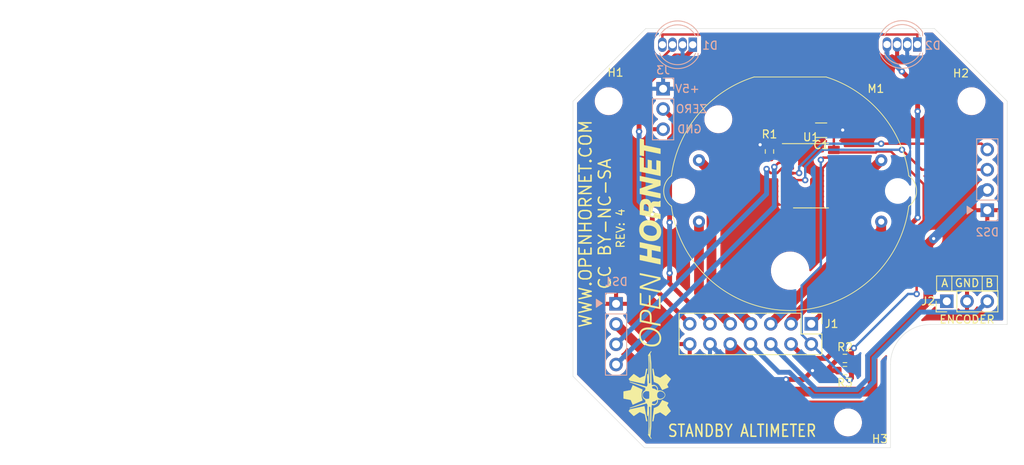
<source format=kicad_pcb>
(kicad_pcb (version 20211014) (generator pcbnew)
  (layers (0 "F.Cu" mixed) (31 "B.Cu" mixed) (34 "B.Paste" user) (35 "F.Paste" user) (36 "B.SilkS" user "B.Silkscreen") (37 "F.SilkS" user "F.Silkscreen") (38 "B.Mask" user) (39 "F.Mask" user) (44 "Edge.Cuts" user))
  (net 0 "")
  (net 1 "+3V3")
  (net 2 "GND")
  (net 3 "/CH_B")
  (net 4 "/CH_A")
  (net 5 "/ZERO_DETECT")
  (net 6 "/COIL4")
  (net 7 "/COIL3")
  (net 8 "/COIL2")
  (net 9 "/COIL1")
  (net 10 "+5V")
  (net 11 "/SD0")
  (net 12 "/SC0")
  (net 13 "/SD1")
  (net 14 "/SC1")
  (net 15 "/SCL")
  (net 16 "/SDA")
  (net 17 "Net-(R1-Pad2)")
  (net 18 "Net-(U1-Pad20)")
  (net 19 "Net-(U1-Pad19)")
  (net 20 "Net-(U1-Pad18)")
  (net 21 "Net-(U1-Pad17)")
  (net 22 "Net-(U1-Pad16)")
  (net 23 "Net-(U1-Pad15)")
  (net 24 "Net-(U1-Pad14)")
  (net 25 "Net-(U1-Pad13)")
  (net 26 "Net-(U1-Pad11)")
  (net 27 "Net-(U1-Pad10)")
  (net 28 "Net-(U1-Pad9)")
  (net 29 "Net-(U1-Pad8)")
  (net 30 "/LED_DIN")
  (net 31 "/LED_DOUT")
  (net 32 "Net-(D1-Pad4)")
  (footprint "OH_Footprints:C_1206_3216Metric" (layer "F.Cu") (at 192.737515 79.642452 180)
    (fp_text reference "C1" (at 0 -1.85 180) (layer "F.SilkS"))
    (fp_text value "47uF")
    (pad "1" smd roundrect (at -1.475 0 180) (size 1.15 1.8) (layers "F.Cu" "F.Paste" "F.Mask") (roundrect_rratio 0.2173913043) (net 10 "+5V"))
    (pad "2" smd roundrect (at 1.475 0 180) (size 1.15 1.8) (layers "F.Cu" "F.Paste" "F.Mask") (roundrect_rratio 0.2173913043) (net 2 "GND"))
  )
  (footprint "Connector_PinHeader_2.54mm:PinHeader_1x03_P2.54mm_Vertical" (layer "F.Cu") (at 208.485515 101.105452 90)
    (fp_text reference "J2" (at 0 -2.33 180) (layer "F.SilkS"))
    (fp_text value "ENCODER" (at -2.286 2.54 180) (layer "F.SilkS"))
    (pad "1" thru_hole rect locked (at 0 0 90) (size 1.7 1.7) (drill 1) (layers *.Cu *.Mask) (net 4 "/CH_A"))
    (pad "2" thru_hole oval locked (at 0 2.54 90) (size 1.7 1.7) (drill 1) (layers *.Cu *.Mask) (net 2 "GND"))
    (pad "3" thru_hole oval locked (at 0 5.08 90) (size 1.7 1.7) (drill 1) (layers *.Cu *.Mask) (net 3 "/CH_B"))
  )
  (footprint "KiCAD Libraries:VID29-02" (layer "F.Cu") (at 189.012058 87.263953)
    (fp_text reference "M1" (at 10.583457 -12.828501) (layer "F.SilkS"))
    (fp_text value "VID29-02")
    (pad "" np_thru_hole circle locked (at 13.335 0) (size 2.2 2.2) (drill 2.2) (layers *.Cu *.Mask))
    (pad "" np_thru_hole circle locked (at -9.165 -9) (size 2.5 2.5) (drill 2.5) (layers *.Cu *.Mask))
    (pad "" np_thru_hole circle locked (at -0.165 10) (size 3.8 3.8) (drill 3.8) (layers *.Cu *.Mask))
    (pad "" np_thru_hole circle locked (at -13.665 0) (size 2.2 2.2) (drill 2.2) (layers *.Cu *.Mask))
    (pad "1" thru_hole circle locked (at -11.59 -3.85) (size 1.524 1.524) (drill 0.762) (layers *.Cu *.Mask) (net 9 "/COIL1"))
    (pad "2" thru_hole circle locked (at -11.59 3.85) (size 1.524 1.524) (drill 0.762) (layers *.Cu *.Mask) (net 8 "/COIL2"))
    (pad "3" thru_hole circle locked (at 11.26 3.85) (size 1.524 1.524) (drill 0.762) (layers *.Cu *.Mask) (net 7 "/COIL3"))
    (pad "4" thru_hole circle locked (at 11.26 -3.85) (size 1.524 1.524) (drill 0.762) (layers *.Cu *.Mask) (net 6 "/COIL4"))
  )
  (footprint "OH_Footprints:R_0603_1608Metric" (layer "F.Cu") (at 195.722015 108.280952)
    (fp_text reference "R2" (at 0 -1.43) (layer "F.SilkS"))
    (fp_text value "10K")
    (pad "1" smd roundrect (at -0.825 0) (size 0.8 0.95) (layers "F.Cu" "F.Paste" "F.Mask") (net 10 "+5V"))
    (pad "2" smd roundrect (at 0.825 0) (size 0.8 0.95) (layers "F.Cu" "F.Paste" "F.Mask") (net 16 "/SDA"))
  )
  (footprint "OH_Footprints:R_0603_1608Metric" (layer "F.Cu") (at 195.722015 109.804952)
    (fp_text reference "R3" (at 0 1.524) (layer "F.SilkS"))
    (fp_text value "10K")
    (pad "1" smd roundrect (at -0.825 0) (size 0.8 0.95) (layers "F.Cu" "F.Paste" "F.Mask") (net 10 "+5V"))
    (pad "2" smd roundrect (at 0.825 0) (size 0.8 0.95) (layers "F.Cu" "F.Paste" "F.Mask") (net 15 "/SCL"))
  )
  (footprint "OH_Footprints:TSSOP-24_4.4x7.8mm_P0.65mm" (layer "F.Cu") (at 191.467515 85.357452)
    (fp_text reference "U1" (at 0 -4.85) (layer "F.SilkS"))
    (fp_text value "TCA9548APWR")
    (pad "1" smd roundrect (at -2.8625 -3.575) (size 1.475 0.4) (layers "F.Cu" "F.Paste" "F.Mask") (net 2 "GND"))
    (pad "2" smd roundrect (at -2.8625 -2.925) (size 1.475 0.4) (layers "F.Cu" "F.Paste" "F.Mask") (net 2 "GND"))
    (pad "3" smd roundrect (at -2.8625 -2.275) (size 1.475 0.4) (layers "F.Cu" "F.Paste" "F.Mask") (net 17 "Net-(R1-Pad2)"))
    (pad "4" smd roundrect (at -2.8625 -1.625) (size 1.475 0.4) (layers "F.Cu" "F.Paste" "F.Mask") (net 11 "/SD0"))
    (pad "5" smd roundrect (at -2.8625 -0.975) (size 1.475 0.4) (layers "F.Cu" "F.Paste" "F.Mask") (net 12 "/SC0"))
    (pad "6" smd roundrect (at -2.8625 -0.325) (size 1.475 0.4) (layers "F.Cu" "F.Paste" "F.Mask") (net 13 "/SD1"))
    (pad "7" smd roundrect (at -2.8625 0.325) (size 1.475 0.4) (layers "F.Cu" "F.Paste" "F.Mask") (net 14 "/SC1"))
    (pad "8" smd roundrect (at -2.8625 0.975) (size 1.475 0.4) (layers "F.Cu" "F.Paste" "F.Mask") (net 29 "Net-(U1-Pad8)"))
    (pad "9" smd roundrect (at -2.8625 1.625) (size 1.475 0.4) (layers "F.Cu" "F.Paste" "F.Mask") (net 28 "Net-(U1-Pad9)"))
    (pad "10" smd roundrect (at -2.8625 2.275) (size 1.475 0.4) (layers "F.Cu" "F.Paste" "F.Mask") (net 27 "Net-(U1-Pad10)"))
    (pad "11" smd roundrect (at -2.8625 2.925) (size 1.475 0.4) (layers "F.Cu" "F.Paste" "F.Mask") (net 26 "Net-(U1-Pad11)"))
    (pad "12" smd roundrect (at -2.8625 3.575) (size 1.475 0.4) (layers "F.Cu" "F.Paste" "F.Mask") (net 2 "GND"))
    (pad "13" smd roundrect (at 2.8625 3.575) (size 1.475 0.4) (layers "F.Cu" "F.Paste" "F.Mask") (net 25 "Net-(U1-Pad13)"))
    (pad "14" smd roundrect (at 2.8625 2.925) (size 1.475 0.4) (layers "F.Cu" "F.Paste" "F.Mask") (net 24 "Net-(U1-Pad14)"))
    (pad "15" smd roundrect (at 2.8625 2.275) (size 1.475 0.4) (layers "F.Cu" "F.Paste" "F.Mask") (net 23 "Net-(U1-Pad15)"))
    (pad "16" smd roundrect (at 2.8625 1.625) (size 1.475 0.4) (layers "F.Cu" "F.Paste" "F.Mask") (net 22 "Net-(U1-Pad16)"))
    (pad "17" smd roundrect (at 2.8625 0.975) (size 1.475 0.4) (layers "F.Cu" "F.Paste" "F.Mask") (net 21 "Net-(U1-Pad17)"))
    (pad "18" smd roundrect (at 2.8625 0.325) (size 1.475 0.4) (layers "F.Cu" "F.Paste" "F.Mask") (net 20 "Net-(U1-Pad18)"))
    (pad "19" smd roundrect (at 2.8625 -0.325) (size 1.475 0.4) (layers "F.Cu" "F.Paste" "F.Mask") (net 19 "Net-(U1-Pad19)"))
    (pad "20" smd roundrect (at 2.8625 -0.975) (size 1.475 0.4) (layers "F.Cu" "F.Paste" "F.Mask") (net 18 "Net-(U1-Pad20)"))
    (pad "21" smd roundrect (at 2.8625 -1.625) (size 1.475 0.4) (layers "F.Cu" "F.Paste" "F.Mask") (net 2 "GND"))
    (pad "22" smd roundrect (at 2.8625 -2.275) (size 1.475 0.4) (layers "F.Cu" "F.Paste" "F.Mask") (net 15 "/SCL"))
    (pad "23" smd roundrect (at 2.8625 -2.925) (size 1.475 0.4) (layers "F.Cu" "F.Paste" "F.Mask") (net 16 "/SDA"))
    (pad "24" smd roundrect (at 2.8625 -3.575) (size 1.475 0.4) (layers "F.Cu" "F.Paste" "F.Mask") (net 10 "+5V"))
  )
  (footprint "MountingHole:MountingHole_2.5mm" (layer "F.Cu") (at 211.592098 75.997987)
    (fp_text reference "H2" (at -1.328583 -3.5) (layer "F.SilkS"))
    (fp_text value "MountingHole")
    (pad "" np_thru_hole circle locked (at 0 0) (size 2.5 2.5) (drill 2.5) (layers *.Cu *.Mask))
  )
  (footprint "MountingHole:MountingHole_2.5mm" (layer "F.Cu") (at 196.102017 116.313568)
    (fp_text reference "H3" (at 4.001498 2.063884) (layer "F.SilkS"))
    (fp_text value "MountingHole")
    (pad "" np_thru_hole circle locked (at 0 0) (size 2.5 2.5) (drill 2.5) (layers *.Cu *.Mask))
  )
  (footprint "MountingHole:MountingHole_2.5mm" (layer "F.Cu") (at 166.102018 75.997987)
    (fp_text reference "H1" (at 0.854497 -3.594535) (layer "F.SilkS"))
    (fp_text value "MountingHole")
    (pad "" np_thru_hole circle locked (at 0 0) (size 2.5 2.5) (drill 2.5) (layers *.Cu *.Mask))
  )
  (footprint "OH_Footprints:R_0603_1608Metric" (layer "F.Cu") (at 186.260515 82.309452 -90)
    (fp_text reference "R1" (at -2.159 0) (layer "F.SilkS"))
    (fp_text value "10K")
    (pad "1" smd roundrect (at -0.825 0 270) (size 0.8 0.95) (layers "F.Cu" "F.Paste" "F.Mask") (net 10 "+5V"))
    (pad "2" smd roundrect (at 0.825 0 270) (size 0.8 0.95) (layers "F.Cu" "F.Paste" "F.Mask") (net 17 "Net-(R1-Pad2)"))
  )
  (footprint "KiCAD Libraries:OH_LOGO_37.7mm_5.9mm" (layer "F.Cu") (at 170.927515 99.539452 90)
    (fp_text reference "G***" hide)
    (fp_text value "LOGO" hide)
  )
  (footprint "Connector_PinHeader_2.54mm:PinHeader_2x07_P2.54mm_Vertical" (layer "F.Cu") (at 191.502018 103.937987 -90)
    (fp_text reference "J1" (at 0 -2.54 180) (layer "F.SilkS"))
    (fp_text value "ALT_CONN")
    (pad "1" thru_hole rect locked (at 0 0 270) (size 1.7 1.7) (drill 1) (layers *.Cu *.Mask) (net 31 "/LED_DOUT"))
    (pad "2" thru_hole oval locked (at 2.54 0 270) (size 1.7 1.7) (drill 1) (layers *.Cu *.Mask) (net 15 "/SCL"))
    (pad "3" thru_hole oval locked (at 0 2.54 270) (size 1.7 1.7) (drill 1) (layers *.Cu *.Mask) (net 7 "/COIL3"))
    (pad "4" thru_hole oval locked (at 2.54 2.54 270) (size 1.7 1.7) (drill 1) (layers *.Cu *.Mask) (net 16 "/SDA"))
    (pad "5" thru_hole oval locked (at 0 5.08 270) (size 1.7 1.7) (drill 1) (layers *.Cu *.Mask) (net 6 "/COIL4"))
    (pad "6" thru_hole oval locked (at 2.54 5.08 270) (size 1.7 1.7) (drill 1) (layers *.Cu *.Mask) (net 4 "/CH_A"))
    (pad "7" thru_hole oval locked (at 0 7.62 270) (size 1.7 1.7) (drill 1) (layers *.Cu *.Mask) (net 9 "/COIL1"))
    (pad "8" thru_hole oval locked (at 2.54 7.62 270) (size 1.7 1.7) (drill 1) (layers *.Cu *.Mask) (net 3 "/CH_B"))
    (pad "9" thru_hole oval locked (at 0 10.16 270) (size 1.7 1.7) (drill 1) (layers *.Cu *.Mask) (net 8 "/COIL2"))
    (pad "10" thru_hole oval locked (at 2.54 10.16 270) (size 1.7 1.7) (drill 1) (layers *.Cu *.Mask) (net 1 "+3V3"))
    (pad "11" thru_hole oval locked (at 0 12.7 270) (size 1.7 1.7) (drill 1) (layers *.Cu *.Mask) (net 5 "/ZERO_DETECT"))
    (pad "12" thru_hole oval locked (at 2.54 12.7 270) (size 1.7 1.7) (drill 1) (layers *.Cu *.Mask) (net 10 "+5V"))
    (pad "13" thru_hole oval locked (at 0 15.24 270) (size 1.7 1.7) (drill 1) (layers *.Cu *.Mask) (net 30 "/LED_DIN"))
    (pad "14" thru_hole oval locked (at 2.54 15.24 270) (size 1.7 1.7) (drill 1) (layers *.Cu *.Mask) (net 2 "GND"))
  )
  (footprint "Connector_PinSocket_2.54mm:PinSocket_1x04_P2.54mm_Vertical" (layer "B.Cu") (at 167.028601 101.427091 180)
    (fp_text reference "DS1" (at 0 2.77) (layer "B.SilkS") (effects (justify mirror)))
    (fp_text value "10K_ALT_DISP")
    (pad "1" thru_hole rect locked (at 0 0 180) (size 1.7 1.7) (drill 1) (layers *.Cu *.Mask) (net 2 "GND"))
    (pad "2" thru_hole oval locked (at 0 -2.54 180) (size 1.7 1.7) (drill 1) (layers *.Cu *.Mask) (net 1 "+3V3"))
    (pad "3" thru_hole oval locked (at 0 -5.08 180) (size 1.7 1.7) (drill 1) (layers *.Cu *.Mask) (net 12 "/SC0"))
    (pad "4" thru_hole oval locked (at 0 -7.62 180) (size 1.7 1.7) (drill 1) (layers *.Cu *.Mask) (net 11 "/SD0"))
  )
  (footprint "Connector_PinSocket_2.54mm:PinSocket_1x04_P2.54mm_Vertical" (layer "B.Cu") (at 213.565515 89.675452)
    (fp_text reference "DS2" (at 0 2.77) (layer "B.SilkS") (effects (justify mirror)))
    (fp_text value "PRESS_DISP")
    (pad "1" thru_hole rect locked (at 0 0) (size 1.7 1.7) (drill 1) (layers *.Cu *.Mask) (net 2 "GND"))
    (pad "2" thru_hole oval locked (at 0 -2.54) (size 1.7 1.7) (drill 1) (layers *.Cu *.Mask) (net 1 "+3V3"))
    (pad "3" thru_hole oval locked (at 0 -5.08) (size 1.7 1.7) (drill 1) (layers *.Cu *.Mask) (net 14 "/SC1"))
    (pad "4" thru_hole oval locked (at 0 -7.62) (size 1.7 1.7) (drill 1) (layers *.Cu *.Mask) (net 13 "/SD1"))
  )
  (footprint "Connector_PinHeader_2.54mm:PinHeader_1x03_P2.54mm_Vertical" (layer "B.Cu") (at 172.925515 74.435452 180)
    (fp_text reference "J3" (at 0 2.33) (layer "B.SilkS") (effects (justify mirror)))
    (fp_text value "ZERO")
    (pad "1" thru_hole rect locked (at 0 0 180) (size 1.7 1.7) (drill 1) (layers *.Cu *.Mask) (net 10 "+5V"))
    (pad "2" thru_hole oval locked (at 0 -2.54 180) (size 1.7 1.7) (drill 1) (layers *.Cu *.Mask) (net 5 "/ZERO_DETECT"))
    (pad "3" thru_hole oval locked (at 0 -5.08 180) (size 1.7 1.7) (drill 1) (layers *.Cu *.Mask) (net 2 "GND"))
  )
  (footprint "LED_THT:LED_D5.0mm-4_RGB" (layer "B.Cu") (at 176.644309 68.912574 180)
    (fp_text reference "D1" (at -2.157709 -0.100413) (layer "B.SilkS") (effects (justify mirror)))
    (fp_text value "1938")
    (pad "1" thru_hole rect locked (at 0 0 180) (size 1.07 1.8) (drill 0.9) (layers *.Cu *.Mask) (net 30 "/LED_DIN"))
    (pad "2" thru_hole oval locked (at 1.27 0 180) (size 1.07 1.8) (drill 0.9) (layers *.Cu *.Mask) (net 10 "+5V"))
    (pad "3" thru_hole oval locked (at 2.54 0 180) (size 1.07 1.8) (drill 0.9) (layers *.Cu *.Mask) (net 2 "GND"))
    (pad "4" thru_hole oval locked (at 3.81 0 180) (size 1.07 1.8) (drill 0.9) (layers *.Cu *.Mask) (net 32 "Net-(D1-Pad4)"))
  )
  (footprint "LED_THT:LED_D5.0mm-4_RGB" (layer "B.Cu") (at 204.799807 68.880574 180)
    (fp_text reference "D2" (at -1.942211 -0.132413) (layer "B.SilkS") (effects (justify mirror)))
    (fp_text value "1938")
    (pad "1" thru_hole rect locked (at 0 0 180) (size 1.07 1.8) (drill 0.9) (layers *.Cu *.Mask) (net 32 "Net-(D1-Pad4)"))
    (pad "2" thru_hole oval locked (at 1.27 0 180) (size 1.07 1.8) (drill 0.9) (layers *.Cu *.Mask) (net 10 "+5V"))
    (pad "3" thru_hole oval locked (at 2.54 0 180) (size 1.07 1.8) (drill 0.9) (layers *.Cu *.Mask) (net 2 "GND"))
    (pad "4" thru_hole oval locked (at 3.81 0 180) (size 1.07 1.8) (drill 0.9) (layers *.Cu *.Mask) (net 31 "/LED_DOUT"))
  )
  (gr_poly (pts (xy 211.787515 89.675452) (xy 211.025515 90.183452) (xy 211.025515 89.167452)) (layer "B.SilkS") (width 0.1) (fill solid))
  (gr_poly (pts (xy 165.305515 101.359452) (xy 164.543515 101.867452) (xy 164.543515 100.851452)) (layer "B.SilkS") (width 0.1) (fill solid))
  (gr_line (start 207.215515 99.835452) (end 209.120515 99.835452) (layer "F.SilkS") (width 0.12))
  (gr_line (start 209.120515 99.835452) (end 212.930515 99.835452) (layer "F.SilkS") (width 0.12))
  (gr_line (start 214.835515 97.930452) (end 209.120515 97.930452) (layer "F.SilkS") (width 0.12))
  (gr_line (start 207.215515 97.930452) (end 207.215515 99.835452) (layer "F.SilkS") (width 0.12))
  (gr_line (start 214.835515 99.835452) (end 214.835515 97.930452) (layer "F.SilkS") (width 0.12))
  (gr_line (start 209.120515 97.930452) (end 209.120515 99.835452) (layer "F.SilkS") (width 0.12))
  (gr_line (start 212.930515 99.835452) (end 214.835515 99.835452) (layer "F.SilkS") (width 0.12))
  (gr_line (start 212.930515 97.930452) (end 212.930515 99.835452) (layer "F.SilkS") (width 0.12))
  (gr_line (start 209.120515 97.930452) (end 207.215515 97.930452) (layer "F.SilkS") (width 0.12))
  (gr_line (start 216.065515 75.997987) (end 206.948102 66.880574) (layer "Edge.Cuts") (width 0.05))
  (gr_line (start 161.628601 110.529917) (end 170.575435 119.476751) (layer "Edge.Cuts") (width 0.05))
  (gr_line (start 170.575435 119.476751) (end 201.428015 119.476751) (layer "Edge.Cuts") (width 0.05))
  (gr_line (start 201.428015 119.476751) (end 201.428015 109.02053) (layer "Edge.Cuts") (width 0.05))
  (gr_arc (start 201.428015 109.02053) (mid 202.892481 105.484996) (end 206.428015 104.02053) (layer "Edge.Cuts") (width 0.05))
  (gr_line (start 206.428015 104.02053) (end 216.065515 104.02053) (layer "Edge.Cuts") (width 0.05))
  (gr_line (start 170.746014 66.880574) (end 161.628601 75.997987) (layer "Edge.Cuts") (width 0.05))
  (gr_line (start 206.948102 66.880574) (end 170.746014 66.880574) (layer "Edge.Cuts") (width 0.05))
  (gr_line (start 161.628601 75.997987) (end 161.628601 110.529917) (layer "Edge.Cuts") (width 0.05))
  (gr_line (start 216.065515 104.02053) (end 216.065515 75.997987) (layer "Edge.Cuts") (width 0.05))
  (gr_text "GND" (at 176.227515 79.515452) (layer "B.SilkS") (effects (font (size 1 1)) (justify mirror)))
  (gr_text "ZERO" (at 176.481515 76.975452) (layer "B.SilkS") (effects (font (size 1 1)) (justify mirror)))
  (gr_text "+5V" (at 175.973515 74.435452) (layer "B.SilkS") (effects (font (size 1 1)) (justify mirror)))
  (gr_text "REV: 4" (at 167.591515 91.961452 90) (layer "F.SilkS") (effects (font (size 1 1))))
  (gr_text "WWW.OPENHORNET.COM\nCC BY-NC-SA" (at 164.409515 91.398552 90) (layer "F.SilkS") (effects (font (size 1.5 1.5) (thickness 0.2))))
  (gr_text "STANDBY ALTIMETER" (at 182.831515 117.361452) (layer "F.SilkS") (effects (font (size 1.5 1.25) (thickness 0.2))))
  (gr_text "GND" (at 211.025515 98.819452) (layer "F.SilkS") (effects (font (size 1 1))))
  (gr_text "A" (at 208.231515 98.819452) (layer "F.SilkS") (effects (font (size 1 1))))
  (gr_text "B" (at 213.819515 98.819452) (layer "F.SilkS") (effects (font (size 1 1))))
  (segment (start 180.707018 109.652987) (end 172.714497 109.652987) (width 1.2192) (layer "F.Cu") (net 1))
  (segment (start 181.342018 106.477987) (end 181.342018 109.017987) (width 1.2192) (layer "F.Cu") (net 1))
  (segment (start 187.311018 112.446987) (end 199.185518 112.446987) (width 1.2192) (layer "F.Cu") (net 1))
  (segment (start 199.185518 112.446987) (end 199.185518 107.938487) (width 1.2192) (layer "F.Cu") (net 1))
  (segment (start 206.170518 93.913167) (end 206.841358 93.242327) (width 1.2192) (layer "F.Cu") (net 1))
  (segment (start 199.185518 107.938487) (end 206.170518 100.953487) (width 1.2192) (layer "F.Cu") (net 1))
  (segment (start 181.342018 106.477987) (end 187.311018 112.446987) (width 1.2192) (layer "F.Cu") (net 1))
  (segment (start 170.174497 107.112987) (end 167.028601 103.967091) (width 1.2192) (layer "F.Cu") (net 1))
  (segment (start 172.714497 109.652987) (end 170.174497 107.112987) (width 1.2192) (layer "F.Cu") (net 1))
  (segment (start 181.342018 109.017987) (end 180.707018 109.652987) (width 1.2192) (layer "F.Cu") (net 1))
  (segment (start 206.170518 100.953487) (end 206.170518 93.913167) (width 1.2192) (layer "F.Cu") (net 1))
  (via (at 206.841358 93.242327) (size 0.8) (drill 0.4) (layers "F.Cu" "B.Cu") (net 1))
  (segment (start 213.565515 87.135452) (end 212.948233 87.135452) (width 1.2192) (layer "B.Cu") (net 1))
  (segment (start 212.948233 87.135452) (end 206.841358 93.242327) (width 1.2192) (layer "B.Cu") (net 1))
  (segment (start 174.104309 68.912574) (end 174.104309 69.265696) (width 0.3048) (layer "F.Cu") (net 2))
  (segment (start 189.639553 82.432452) (end 188.605015 82.432452) (width 0.3048) (layer "F.Cu") (net 2))
  (segment (start 189.660518 82.411487) (end 189.639553 82.432452) (width 0.3048) (layer "F.Cu") (net 2))
  (segment (start 188.605015 81.782452) (end 189.539483 81.782452) (width 0.3048) (layer "F.Cu") (net 2))
  (segment (start 193.592515 83.732452) (end 191.502018 85.822949) (width 0.3048) (layer "F.Cu") (net 2))
  (segment (start 191.502018 86.762757) (end 189.332323 88.932452) (width 0.3048) (layer "F.Cu") (net 2))
  (segment (start 191.502018 85.822949) (end 191.502018 86.762757) (width 0.3048) (layer "F.Cu") (net 2))
  (segment (start 174.104309 69.265696) (end 172.452018 70.917987) (width 0.3048) (layer "F.Cu") (net 2))
  (segment (start 189.660518 81.903487) (end 189.660518 82.411487) (width 0.3048) (layer "F.Cu") (net 2))
  (segment (start 189.332323 88.932452) (end 188.605015 88.932452) (width 0.3048) (layer "F.Cu") (net 2))
  (segment (start 189.539483 81.782452) (end 189.660518 81.903487) (width 0.3048) (layer "F.Cu") (net 2))
  (segment (start 194.330015 83.732452) (end 193.592515 83.732452) (width 0.3048) (layer "F.Cu") (net 2))
  (segment (start 191.745735 113.002596) (end 188.761324 110.018185) (width 0.6096) (layer "B.Cu") (net 3))
  (segment (start 188.761324 110.018185) (end 187.422216 110.018185) (width 0.6096) (layer "B.Cu") (net 3))
  (segment (start 213.565515 101.105452) (end 212.210714 102.460253) (width 0.6096) (layer "B.Cu") (net 3))
  (segment (start 205.163683 102.460253) (end 199.367949 108.255987) (width 0.6096) (layer "B.Cu") (net 3))
  (segment (start 199.367949 108.255987) (end 199.367949 111.187018) (width 0.6096) (layer "B.Cu") (net 3))
  (segment (start 212.210714 102.460253) (end 205.163683 102.460253) (width 0.6096) (layer "B.Cu") (net 3))
  (segment (start 187.422216 110.018185) (end 183.882018 106.477987) (width 0.6096) (layer "B.Cu") (net 3))
  (segment (start 199.367949 111.187018) (end 197.552371 113.002596) (width 0.6096) (layer "B.Cu") (net 3))
  (segment (start 197.552371 113.002596) (end 191.745735 113.002596) (width 0.6096) (layer "B.Cu") (net 3))
  (segment (start 198.558338 107.920636) (end 198.558338 110.851667) (width 0.6096) (layer "B.Cu") (net 4))
  (segment (start 198.558338 107.920636) (end 205.373522 101.105452) (width 0.6096) (layer "B.Cu") (net 4))
  (segment (start 197.217018 112.192987) (end 192.137018 112.192987) (width 0.6096) (layer "B.Cu") (net 4))
  (segment (start 198.558338 110.851667) (end 197.217018 112.192987) (width 0.6096) (layer "B.Cu") (net 4))
  (segment (start 192.137018 112.192987) (end 186.422018 106.477987) (width 0.6096) (layer "B.Cu") (net 4))
  (segment (start 205.373522 101.105452) (end 208.485515 101.105452) (width 0.6096) (layer "B.Cu") (net 4))
  (segment (start 173.742257 97.567748) (end 173.742257 98.878226) (width 0.6096) (layer "F.Cu") (net 5))
  (segment (start 173.742257 98.878226) (end 178.802018 103.937987) (width 0.6096) (layer "F.Cu") (net 5))
  (segment (start 174.280316 80.165757) (end 173.742257 80.703816) (width 0.6096) (layer "F.Cu") (net 5))
  (segment (start 174.280316 78.330253) (end 174.280316 80.165757) (width 0.6096) (layer "F.Cu") (net 5))
  (segment (start 173.742257 80.703816) (end 173.742257 91.217748) (width 0.6096) (layer "F.Cu") (net 5))
  (segment (start 172.925515 76.975452) (end 174.280316 78.330253) (width 0.6096) (layer "F.Cu") (net 5))
  (via (at 173.742257 97.567748) (size 0.8) (drill 0.4) (layers "F.Cu" "B.Cu") (net 5))
  (via (at 173.742257 91.217748) (size 0.8) (drill 0.4) (layers "F.Cu" "B.Cu") (net 5))
  (segment (start 173.742257 91.217748) (end 173.742257 97.567748) (width 0.6096) (layer "B.Cu") (net 5))
  (segment (start 197.852018 92.507987) (end 197.852018 85.833993) (width 1.2192) (layer "F.Cu") (net 6))
  (segment (start 197.852018 85.833993) (end 200.272058 83.413953) (width 1.2192) (layer "F.Cu") (net 6))
  (segment (start 186.422018 103.937987) (end 197.852018 92.507987) (width 1.2192) (layer "F.Cu") (net 6))
  (segment (start 200.272058 91.113953) (end 200.272058 92.191583) (width 1.2192) (layer "F.Cu") (net 7))
  (segment (start 200.272058 92.191583) (end 188.962018 103.501623) (width 1.2192) (layer "F.Cu") (net 7))
  (segment (start 188.962018 103.501623) (end 188.962018 103.937987) (width 1.2192) (layer "F.Cu") (net 7))
  (segment (start 177.422058 100.018027) (end 181.342018 103.937987) (width 1.2192) (layer "F.Cu") (net 8))
  (segment (start 177.422058 91.113953) (end 177.422058 100.018027) (width 1.2192) (layer "F.Cu") (net 8))
  (segment (start 178.993659 99.049628) (end 183.882018 103.937987) (width 1.2192) (layer "F.Cu") (net 9))
  (segment (start 177.422058 83.413953) (end 178.993659 84.985554) (width 1.2192) (layer "F.Cu") (net 9))
  (segment (start 178.993659 84.985554) (end 178.993659 99.049628) (width 1.2192) (layer "F.Cu") (net 9))
  (segment (start 191.653981 109.804952) (end 194.897015 109.804952) (width 0.6096) (layer "F.Cu") (net 10))
  (segment (start 194.897015 108.280952) (end 193.373015 109.804952) (width 0.6096) (layer "F.Cu") (net 10))
  (segment (start 188.327018 110.922987) (end 190.535946 110.922987) (width 0.6096) (layer "F.Cu") (net 10))
  (segment (start 190.535946 110.922987) (end 191.653981 109.804952) (width 0.6096) (layer "F.Cu") (net 10))
  (segment (start 191.653981 109.804952) (end 191.653981 109.804952) (width 0.6096) (layer "F.Cu") (net 10))
  (segment (start 195.414053 79.642452) (end 195.439018 79.617487) (width 0.3048) (layer "F.Cu") (net 10))
  (segment (start 194.330015 81.782452) (end 194.330015 79.759952) (width 0.3048) (layer "F.Cu") (net 10))
  (segment (start 194.330015 79.759952) (end 194.212515 79.642452) (width 0.3048) (layer "F.Cu") (net 10))
  (segment (start 193.373015 109.804952) (end 191.653981 109.804952) (width 0.6096) (layer "F.Cu") (net 10))
  (segment (start 194.212515 79.642452) (end 195.414053 79.642452) (width 0.3048) (layer "F.Cu") (net 10))
  (segment (start 185.113983 81.484452) (end 185.088518 81.458987) (width 0.3048) (layer "F.Cu") (net 10))
  (segment (start 186.260515 81.484452) (end 185.113983 81.484452) (width 0.3048) (layer "F.Cu") (net 10))
  (via (at 191.653981 109.804952) (size 0.8) (drill 0.4) (layers "F.Cu" "B.Cu") (net 10))
  (via (at 188.327018 110.922987) (size 0.8) (drill 0.4) (layers "F.Cu" "B.Cu") (net 10))
  (via (at 195.439018 79.617487) (size 0.8) (drill 0.4) (layers "F.Cu" "B.Cu") (net 10))
  (via (at 185.088518 81.458987) (size 0.8) (drill 0.4) (layers "F.Cu" "B.Cu") (net 10))
  (segment (start 178.802018 106.477987) (end 183.247018 110.922987) (width 0.6096) (layer "B.Cu") (net 10))
  (segment (start 183.247018 110.922987) (end 188.327018 110.922987) (width 0.6096) (layer "B.Cu") (net 10))
  (segment (start 187.387053 83.732452) (end 186.866518 84.252987) (width 0.3048) (layer "F.Cu") (net 11))
  (segment (start 188.605015 83.732452) (end 187.387053 83.732452) (width 0.3048) (layer "F.Cu") (net 11))
  (via (at 186.866518 84.252987) (size 0.8) (drill 0.4) (layers "F.Cu" "B.Cu") (net 11))
  (segment (start 186.866518 89.209174) (end 186.866518 84.252987) (width 0.6096) (layer "B.Cu") (net 11))
  (segment (start 167.028601 109.047091) (end 186.866518 89.209174) (width 0.6096) (layer "B.Cu") (net 11))
  (segment (start 187.850607 84.382452) (end 187.227671 85.005388) (width 0.3048) (layer "F.Cu") (net 12))
  (segment (start 188.605015 84.382452) (end 187.850607 84.382452) (width 0.3048) (layer "F.Cu") (net 12))
  (segment (start 187.227671 85.005388) (end 186.399165 85.005388) (width 0.3048) (layer "F.Cu") (net 12))
  (segment (start 186.399165 85.005388) (end 185.898783 84.505006) (width 0.3048) (layer "F.Cu") (net 12))
  (via (at 185.898783 84.505006) (size 0.8) (drill 0.4) (layers "F.Cu" "B.Cu") (net 12))
  (segment (start 185.898783 87.636909) (end 185.898783 84.505006) (width 0.6096) (layer "B.Cu") (net 12))
  (segment (start 167.028601 106.507091) (end 185.898783 87.636909) (width 0.6096) (layer "B.Cu") (net 12))
  (segment (start 200.265018 81.331987) (end 212.84205 81.331987) (width 0.3048) (layer "F.Cu") (net 13))
  (segment (start 212.84205 81.331987) (end 213.565515 82.055452) (width 0.3048) (layer "F.Cu") (net 13))
  (segment (start 189.960553 85.032452) (end 189.978018 85.014987) (width 0.3048) (layer "F.Cu") (net 13))
  (segment (start 188.605015 85.032452) (end 189.960553 85.032452) (width 0.3048) (layer "F.Cu") (net 13))
  (via (at 200.265018 81.331987) (size 0.8) (drill 0.4) (layers "F.Cu" "B.Cu") (net 13))
  (via (at 189.978018 85.014987) (size 0.8) (drill 0.4) (layers "F.Cu" "B.Cu") (net 13))
  (segment (start 189.978018 85.014987) (end 189.978018 84.237577) (width 0.3048) (layer "B.Cu") (net 13))
  (segment (start 189.978018 84.237577) (end 192.883608 81.331987) (width 0.3048) (layer "B.Cu") (net 13))
  (segment (start 192.883608 81.331987) (end 200.265018 81.331987) (width 0.3048) (layer "B.Cu") (net 13))
  (segment (start 190.740018 85.903987) (end 189.56405 85.903987) (width 0.3048) (layer "F.Cu") (net 14))
  (segment (start 189.56405 85.903987) (end 189.342515 85.682452) (width 0.3048) (layer "F.Cu") (net 14))
  (segment (start 205.369983 84.595452) (end 202.868518 82.093987) (width 0.3048) (layer "F.Cu") (net 14))
  (segment (start 213.565515 84.595452) (end 205.369983 84.595452) (width 0.3048) (layer "F.Cu") (net 14))
  (segment (start 189.342515 85.682452) (end 188.605015 85.682452) (width 0.3048) (layer "F.Cu") (net 14))
  (via (at 190.740018 85.903987) (size 0.8) (drill 0.4) (layers "F.Cu" "B.Cu") (net 14))
  (via (at 202.868518 82.093987) (size 0.8) (drill 0.4) (layers "F.Cu" "B.Cu") (net 14))
  (segment (start 190.740018 84.189487) (end 190.740018 85.903987) (width 0.3048) (layer "B.Cu") (net 14))
  (segment (start 202.868518 82.093987) (end 192.835518 82.093987) (width 0.3048) (layer "B.Cu") (net 14))
  (segment (start 192.835518 82.093987) (end 190.740018 84.189487) (width 0.3048) (layer "B.Cu") (net 14))
  (segment (start 196.547015 110.737174) (end 196.313468 110.970721) (width 0.6096) (layer "F.Cu") (net 15))
  (segment (start 196.547015 109.804952) (end 196.547015 110.737174) (width 0.6096) (layer "F.Cu") (net 15))
  (segment (start 194.330015 83.082452) (end 192.974623 83.082452) (width 0.3048) (layer "F.Cu") (net 15))
  (segment (start 192.974623 83.082452) (end 192.700803 83.356272) (width 0.3048) (layer "F.Cu") (net 15))
  (via (at 196.313468 110.970721) (size 0.8) (drill 0.4) (layers "F.Cu" "B.Cu") (net 15))
  (via (at 192.700803 83.356272) (size 0.8) (drill 0.4) (layers "F.Cu" "B.Cu") (net 15))
  (segment (start 190.299617 99.144948) (end 190.299617 105.275586) (width 0.3048) (layer "B.Cu") (net 15))
  (segment (start 190.299617 105.275586) (end 191.502018 106.477987) (width 0.3048) (layer "B.Cu") (net 15))
  (segment (start 192.700803 83.356272) (end 192.700803 96.743762) (width 0.3048) (layer "B.Cu") (net 15))
  (segment (start 192.700803 96.743762) (end 190.299617 99.144948) (width 0.3048) (layer "B.Cu") (net 15))
  (segment (start 191.502018 106.477987) (end 195.994752 110.970721) (width 0.3048) (layer "B.Cu") (net 15))
  (segment (start 195.994752 110.970721) (end 196.313468 110.970721) (width 0.3048) (layer "B.Cu") (net 15))
  (segment (start 195.567205 107.301142) (end 194.405073 107.301142) (width 0.6096) (layer "F.Cu") (net 16))
  (segment (start 205.58942 86.402389) (end 205.58942 90.964141) (width 0.3048) (layer "F.Cu") (net 16))
  (segment (start 205.58942 90.964141) (end 204.710018 91.843543) (width 0.3048) (layer "F.Cu") (net 16))
  (segment (start 194.405073 107.301142) (end 193.425263 108.280952) (width 0.6096) (layer "F.Cu") (net 16))
  (segment (start 199.604245 82.432452) (end 199.737145 82.299552) (width 0.3048) (layer "F.Cu") (net 16))
  (segment (start 204.710018 91.843543) (end 204.710018 100.191487) (width 0.3048) (layer "F.Cu") (net 16))
  (segment (start 193.425263 108.280952) (end 190.764983 108.280952) (width 0.6096) (layer "F.Cu") (net 16))
  (segment (start 194.330015 82.432452) (end 199.604245 82.432452) (width 0.3048) (layer "F.Cu") (net 16))
  (segment (start 196.547015 107.27499) (end 196.836018 106.985987) (width 0.6096) (layer "F.Cu") (net 16))
  (segment (start 190.764983 108.280952) (end 188.962018 106.477987) (width 0.6096) (layer "F.Cu") (net 16))
  (segment (start 199.737145 82.299552) (end 201.486583 82.299552) (width 0.3048) (layer "F.Cu") (net 16))
  (segment (start 201.486583 82.299552) (end 205.58942 86.402389) (width 0.3048) (layer "F.Cu") (net 16))
  (segment (start 196.547015 108.280952) (end 196.547015 107.27499) (width 0.6096) (layer "F.Cu") (net 16))
  (segment (start 196.547015 108.280952) (end 195.567205 107.301142) (width 0.6096) (layer "F.Cu") (net 16))
  (via (at 204.710018 100.191487) (size 0.8) (drill 0.4) (layers "F.Cu" "B.Cu") (net 16))
  (via (at 196.836018 106.985987) (size 0.8) (drill 0.4) (layers "F.Cu" "B.Cu") (net 16))
  (segment (start 204.710018 100.191487) (end 203.630518 100.191487) (width 0.3048) (layer "B.Cu") (net 16))
  (segment (start 203.630518 100.191487) (end 196.836018 106.985987) (width 0.3048) (layer "B.Cu") (net 16))
  (segment (start 188.553015 83.134452) (end 188.605015 83.082452) (width 0.3048) (layer "F.Cu") (net 17))
  (segment (start 186.260515 83.134452) (end 188.553015 83.134452) (width 0.3048) (layer "F.Cu") (net 17))
  (segment (start 171.570714 90.214291) (end 171.570714 99.246683) (width 0.6096) (layer "F.Cu") (net 30))
  (segment (start 171.570714 99.246683) (end 176.262018 103.937987) (width 0.6096) (layer "F.Cu") (net 30))
  (segment (start 175.805012 70.317384) (end 174.434941 70.317384) (width 0.6096) (layer "F.Cu") (net 30))
  (segment (start 176.644309 68.912574) (end 176.644309 69.478087) (width 0.6096) (layer "F.Cu") (net 30))
  (segment (start 169.911992 74.840333) (end 169.911992 79.807987) (width 0.6096) (layer "F.Cu") (net 30))
  (segment (start 176.644309 69.478087) (end 175.805012 70.317384) (width 0.6096) (layer "F.Cu") (net 30))
  (segment (start 174.434941 70.317384) (end 169.911992 74.840333) (width 0.6096) (layer "F.Cu") (net 30))
  (via (at 169.911992 79.807987) (size 0.8) (drill 0.4) (layers "F.Cu" "B.Cu") (net 30))
  (via (at 171.570714 90.214291) (size 0.8) (drill 0.4) (layers "F.Cu" "B.Cu") (net 30))
  (segment (start 169.911992 88.555569) (end 169.911992 79.807987) (width 0.6096) (layer "B.Cu") (net 30))
  (segment (start 171.570714 90.214291) (end 169.911992 88.555569) (width 0.6096) (layer "B.Cu") (net 30))
  (segment (start 204.837018 77.267987) (end 204.837018 74.237385) (width 0.6096) (layer "F.Cu") (net 31))
  (segment (start 204.837018 74.237385) (end 202.859819 72.260186) (width 0.6096) (layer "F.Cu") (net 31))
  (segment (start 191.502018 103.937987) (end 204.837018 90.602987) (width 0.6096) (layer "F.Cu") (net 31))
  (via (at 204.837018 77.267987) (size 0.8) (drill 0.4) (layers "F.Cu" "B.Cu") (net 31))
  (via (at 202.859819 72.260186) (size 0.8) (drill 0.4) (layers "F.Cu" "B.Cu") (net 31))
  (via (at 204.837018 90.602987) (size 0.8) (drill 0.4) (layers "F.Cu" "B.Cu") (net 31))
  (segment (start 202.859819 72.260186) (end 200.989807 70.390174) (width 0.6096) (layer "B.Cu") (net 31))
  (segment (start 200.989807 70.390174) (end 200.989807 68.880574) (width 0.6096) (layer "B.Cu") (net 31))
  (segment (start 204.837018 90.602987) (end 204.837018 77.267987) (width 0.6096) (layer "B.Cu") (net 31))
  (segment (start 172.834309 67.707774) (end 172.913919 67.628164) (width 0.3048) (layer "F.Cu") (net 32))
  (segment (start 204.752197 67.628164) (end 204.799807 67.675774) (width 0.3048) (layer "F.Cu") (net 32))
  (segment (start 172.834309 68.912574) (end 172.834309 67.707774) (width 0.3048) (layer "F.Cu") (net 32))
  (segment (start 204.799807 67.675774) (end 204.799807 68.880574) (width 0.3048) (layer "F.Cu") (net 32))
  (segment (start 172.913919 67.628164) (end 204.752197 67.628164) (width 0.3048) (layer "F.Cu") (net 32))
  (zone (net 2) (net_name "GND") (layer "F.Cu") (connect_pads (clearance 0.508)) (min_thickness 0.254) (fill yes (thermal_gap 0.508) (thermal_bridge_width 0.508))
    (polygon (pts (xy 218.137515 121.679452) (xy 159.717515 121.679452) (xy 159.717515 63.297987) (xy 218.137515 63.297987)))
  )
  (zone (net 10) (net_name "+5V") (layer "B.Cu") (connect_pads (clearance 0.508)) (min_thickness 0.254) (fill yes (thermal_gap 0.508) (thermal_bridge_width 0.508))
    (polygon (pts (xy 218.137515 121.679452) (xy 159.717515 121.679452) (xy 159.717515 63.297987) (xy 218.137515 63.297987)))
  )
)
</source>
